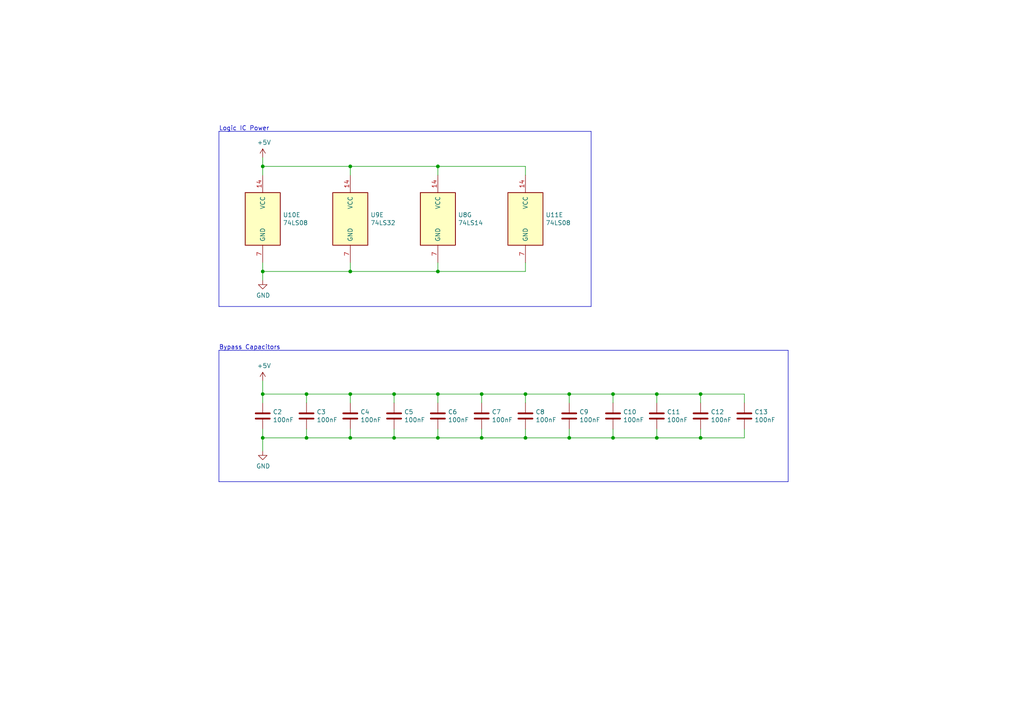
<source format=kicad_sch>
(kicad_sch (version 20230121) (generator eeschema)
  (paper "A4")
  (title_block (title "RackZ80 - Processor Board") (date "2021-03-30") (rev "1.0") (company "Jannik Kreucher"))
  (lib_symbols
    (symbol "74xx:74LS08" (pin_names (offset 1.016))
      (property "Reference" "U" (at 0 1.27 0))
      (property "Value" "74LS08" (at 0 -1.27 0))
      (symbol "74LS08_1_1"
        (arc (start 0 -3.81) (mid 3.7934 0) (end 0 3.81) (stroke (width 0.254)) (fill (type background)))
        (polyline (pts (xy 0 3.81) (xy -3.81 3.81) (xy -3.81 -3.81) (xy 0 -3.81)) (stroke (width 0.254)) (fill (type background)))
        (pin input line (at -7.62 2.54 0) (length 3.81) (name "~") (number "1"))
        (pin input line (at -7.62 -2.54 0) (length 3.81) (name "~") (number "2"))
        (pin output line (at 7.62 0 180) (length 3.81) (name "~") (number "3"))
      )
      (symbol "74LS08_1_2"
        (arc (start -3.81 -3.81) (mid -2.589 0) (end -3.81 3.81) (stroke (width 0.254)))
        (arc (start -0.6096 -3.81) (mid 2.1842 -2.5851) (end 3.81 0) (stroke (width 0.254)) (fill (type background)))
        (polyline (pts (xy -3.81 -3.81) (xy -0.635 -3.81)) (stroke (width 0.254)) (fill (type background)))
        (polyline (pts (xy -3.81 3.81) (xy -0.635 3.81)) (stroke (width 0.254)) (fill (type background)))
        (polyline (pts (xy -0.635 3.81) (xy -3.81 3.81) (xy -3.81 3.81) (xy -3.556 3.4036) (xy -3.0226 2.2606) (xy -2.6924 1.0414) (xy -2.6162 -0.254) (xy -2.7686 -1.4986) (xy -3.175 -2.7178) (xy -3.81 -3.81) (xy -3.81 -3.81) (xy -0.635 -3.81)) (stroke (width -25.4)) (fill (type background)))
        (arc (start 3.81 0) (mid 2.1915 2.5936) (end -0.6096 3.81) (stroke (width 0.254)) (fill (type background)))
        (pin input inverted (at -7.62 2.54 0) (length 4.318) (name "~") (number "1"))
        (pin input inverted (at -7.62 -2.54 0) (length 4.318) (name "~") (number "2"))
        (pin output inverted (at 7.62 0 180) (length 3.81) (name "~") (number "3"))
      )
      (symbol "74LS08_2_1"
        (arc (start 0 -3.81) (mid 3.7934 0) (end 0 3.81) (stroke (width 0.254)) (fill (type background)))
        (polyline (pts (xy 0 3.81) (xy -3.81 3.81) (xy -3.81 -3.81) (xy 0 -3.81)) (stroke (width 0.254)) (fill (type background)))
        (pin input line (at -7.62 2.54 0) (length 3.81) (name "~") (number "4"))
        (pin input line (at -7.62 -2.54 0) (length 3.81) (name "~") (number "5"))
        (pin output line (at 7.62 0 180) (length 3.81) (name "~") (number "6"))
      )
      (symbol "74LS08_2_2"
        (arc (start -3.81 -3.81) (mid -2.589 0) (end -3.81 3.81) (stroke (width 0.254)))
        (arc (start -0.6096 -3.81) (mid 2.1842 -2.5851) (end 3.81 0) (stroke (width 0.254)) (fill (type background)))
        (polyline (pts (xy -3.81 -3.81) (xy -0.635 -3.81)) (stroke (width 0.254)) (fill (type background)))
        (polyline (pts (xy -3.81 3.81) (xy -0.635 3.81)) (stroke (width 0.254)) (fill (type background)))
        (polyline (pts (xy -0.635 3.81) (xy -3.81 3.81) (xy -3.81 3.81) (xy -3.556 3.4036) (xy -3.0226 2.2606) (xy -2.6924 1.0414) (xy -2.6162 -0.254) (xy -2.7686 -1.4986) (xy -3.175 -2.7178) (xy -3.81 -3.81) (xy -3.81 -3.81) (xy -0.635 -3.81)) (stroke (width -25.4)) (fill (type background)))
        (arc (start 3.81 0) (mid 2.1915 2.5936) (end -0.6096 3.81) (stroke (width 0.254)) (fill (type background)))
        (pin input inverted (at -7.62 2.54 0) (length 4.318) (name "~") (number "4"))
        (pin input inverted (at -7.62 -2.54 0) (length 4.318) (name "~") (number "5"))
        (pin output inverted (at 7.62 0 180) (length 3.81) (name "~") (number "6"))
      )
      (symbol "74LS08_3_1"
        (arc (start 0 -3.81) (mid 3.7934 0) (end 0 3.81) (stroke (width 0.254)) (fill (type background)))
        (polyline (pts (xy 0 3.81) (xy -3.81 3.81) (xy -3.81 -3.81) (xy 0 -3.81)) (stroke (width 0.254)) (fill (type background)))
        (pin input line (at -7.62 -2.54 0) (length 3.81) (name "~") (number "10"))
        (pin output line (at 7.62 0 180) (length 3.81) (name "~") (number "8"))
        (pin input line (at -7.62 2.54 0) (length 3.81) (name "~") (number "9"))
      )
      (symbol "74LS08_3_2"
        (arc (start -3.81 -3.81) (mid -2.589 0) (end -3.81 3.81) (stroke (width 0.254)))
        (arc (start -0.6096 -3.81) (mid 2.1842 -2.5851) (end 3.81 0) (stroke (width 0.254)) (fill (type background)))
        (polyline (pts (xy -3.81 -3.81) (xy -0.635 -3.81)) (stroke (width 0.254)) (fill (type background)))
        (polyline (pts (xy -3.81 3.81) (xy -0.635 3.81)) (stroke (width 0.254)) (fill (type background)))
        (polyline (pts (xy -0.635 3.81) (xy -3.81 3.81) (xy -3.81 3.81) (xy -3.556 3.4036) (xy -3.0226 2.2606) (xy -2.6924 1.0414) (xy -2.6162 -0.254) (xy -2.7686 -1.4986) (xy -3.175 -2.7178) (xy -3.81 -3.81) (xy -3.81 -3.81) (xy -0.635 -3.81)) (stroke (width -25.4)) (fill (type background)))
        (arc (start 3.81 0) (mid 2.1915 2.5936) (end -0.6096 3.81) (stroke (width 0.254)) (fill (type background)))
        (pin input inverted (at -7.62 -2.54 0) (length 4.318) (name "~") (number "10"))
        (pin output inverted (at 7.62 0 180) (length 3.81) (name "~") (number "8"))
        (pin input inverted (at -7.62 2.54 0) (length 4.318) (name "~") (number "9"))
      )
      (symbol "74LS08_4_1"
        (arc (start 0 -3.81) (mid 3.7934 0) (end 0 3.81) (stroke (width 0.254)) (fill (type background)))
        (polyline (pts (xy 0 3.81) (xy -3.81 3.81) (xy -3.81 -3.81) (xy 0 -3.81)) (stroke (width 0.254)) (fill (type background)))
        (pin output line (at 7.62 0 180) (length 3.81) (name "~") (number "11"))
        (pin input line (at -7.62 2.54 0) (length 3.81) (name "~") (number "12"))
        (pin input line (at -7.62 -2.54 0) (length 3.81) (name "~") (number "13"))
      )
      (symbol "74LS08_4_2"
        (arc (start -3.81 -3.81) (mid -2.589 0) (end -3.81 3.81) (stroke (width 0.254)))
        (arc (start -0.6096 -3.81) (mid 2.1842 -2.5851) (end 3.81 0) (stroke (width 0.254)) (fill (type background)))
        (polyline (pts (xy -3.81 -3.81) (xy -0.635 -3.81)) (stroke (width 0.254)) (fill (type background)))
        (polyline (pts (xy -3.81 3.81) (xy -0.635 3.81)) (stroke (width 0.254)) (fill (type background)))
        (polyline (pts (xy -0.635 3.81) (xy -3.81 3.81) (xy -3.81 3.81) (xy -3.556 3.4036) (xy -3.0226 2.2606) (xy -2.6924 1.0414) (xy -2.6162 -0.254) (xy -2.7686 -1.4986) (xy -3.175 -2.7178) (xy -3.81 -3.81) (xy -3.81 -3.81) (xy -0.635 -3.81)) (stroke (width -25.4)) (fill (type background)))
        (arc (start 3.81 0) (mid 2.1915 2.5936) (end -0.6096 3.81) (stroke (width 0.254)) (fill (type background)))
        (pin output inverted (at 7.62 0 180) (length 3.81) (name "~") (number "11"))
        (pin input inverted (at -7.62 2.54 0) (length 4.318) (name "~") (number "12"))
        (pin input inverted (at -7.62 -2.54 0) (length 4.318) (name "~") (number "13"))
      )
      (symbol "74LS08_5_0"
        (pin power_in line (at 0 12.7 270) (length 5.08) (name "VCC") (number "14"))
        (pin power_in line (at 0 -12.7 90) (length 5.08) (name "GND") (number "7"))
      )
      (symbol "74LS08_5_1"
        (rectangle (start -5.08 7.62) (end 5.08 -7.62) (stroke (width 0.254)) (fill (type background)))
      )
    )
    (symbol "74xx:74LS14" (pin_names (offset 1.016))
      (property "Reference" "U" (at 0 1.27 0))
      (property "Value" "74LS14" (at 0 -1.27 0))
      (symbol "74LS14_1_0"
        (polyline (pts (xy -3.81 3.81) (xy -3.81 -3.81) (xy 3.81 0) (xy -3.81 3.81)) (stroke (width 0.254)) (fill (type background)))
        (pin input line (at -7.62 0 0) (length 3.81) (name "~") (number "1"))
        (pin output inverted (at 7.62 0 180) (length 3.81) (name "~") (number "2"))
      )
      (symbol "74LS14_1_1"
        (polyline (pts (xy -1.905 -1.27) (xy -1.905 1.27) (xy -0.635 1.27)))
        (polyline (pts (xy -2.54 -1.27) (xy -0.635 -1.27) (xy -0.635 1.27) (xy 0 1.27)))
      )
      (symbol "74LS14_2_0"
        (polyline (pts (xy -3.81 3.81) (xy -3.81 -3.81) (xy 3.81 0) (xy -3.81 3.81)) (stroke (width 0.254)) (fill (type background)))
        (pin input line (at -7.62 0 0) (length 3.81) (name "~") (number "3"))
        (pin output inverted (at 7.62 0 180) (length 3.81) (name "~") (number "4"))
      )
      (symbol "74LS14_2_1"
        (polyline (pts (xy -1.905 -1.27) (xy -1.905 1.27) (xy -0.635 1.27)))
        (polyline (pts (xy -2.54 -1.27) (xy -0.635 -1.27) (xy -0.635 1.27) (xy 0 1.27)))
      )
      (symbol "74LS14_3_0"
        (polyline (pts (xy -3.81 3.81) (xy -3.81 -3.81) (xy 3.81 0) (xy -3.81 3.81)) (stroke (width 0.254)) (fill (type background)))
        (pin input line (at -7.62 0 0) (length 3.81) (name "~") (number "5"))
        (pin output inverted (at 7.62 0 180) (length 3.81) (name "~") (number "6"))
      )
      (symbol "74LS14_3_1"
        (polyline (pts (xy -1.905 -1.27) (xy -1.905 1.27) (xy -0.635 1.27)))
        (polyline (pts (xy -2.54 -1.27) (xy -0.635 -1.27) (xy -0.635 1.27) (xy 0 1.27)))
      )
      (symbol "74LS14_4_0"
        (polyline (pts (xy -3.81 3.81) (xy -3.81 -3.81) (xy 3.81 0) (xy -3.81 3.81)) (stroke (width 0.254)) (fill (type background)))
        (pin output inverted (at 7.62 0 180) (length 3.81) (name "~") (number "8"))
        (pin input line (at -7.62 0 0) (length 3.81) (name "~") (number "9"))
      )
      (symbol "74LS14_4_1"
        (polyline (pts (xy -1.905 -1.27) (xy -1.905 1.27) (xy -0.635 1.27)))
        (polyline (pts (xy -2.54 -1.27) (xy -0.635 -1.27) (xy -0.635 1.27) (xy 0 1.27)))
      )
      (symbol "74LS14_5_0"
        (polyline (pts (xy -3.81 3.81) (xy -3.81 -3.81) (xy 3.81 0) (xy -3.81 3.81)) (stroke (width 0.254)) (fill (type background)))
        (pin output inverted (at 7.62 0 180) (length 3.81) (name "~") (number "10"))
        (pin input line (at -7.62 0 0) (length 3.81) (name "~") (number "11"))
      )
      (symbol "74LS14_5_1"
        (polyline (pts (xy -1.905 -1.27) (xy -1.905 1.27) (xy -0.635 1.27)))
        (polyline (pts (xy -2.54 -1.27) (xy -0.635 -1.27) (xy -0.635 1.27) (xy 0 1.27)))
      )
      (symbol "74LS14_6_0"
        (polyline (pts (xy -3.81 3.81) (xy -3.81 -3.81) (xy 3.81 0) (xy -3.81 3.81)) (stroke (width 0.254)) (fill (type background)))
        (pin output inverted (at 7.62 0 180) (length 3.81) (name "~") (number "12"))
        (pin input line (at -7.62 0 0) (length 3.81) (name "~") (number "13"))
      )
      (symbol "74LS14_6_1"
        (polyline (pts (xy -1.905 -1.27) (xy -1.905 1.27) (xy -0.635 1.27)))
        (polyline (pts (xy -2.54 -1.27) (xy -0.635 -1.27) (xy -0.635 1.27) (xy 0 1.27)))
      )
      (symbol "74LS14_7_0"
        (pin power_in line (at 0 12.7 270) (length 5.08) (name "VCC") (number "14"))
        (pin power_in line (at 0 -12.7 90) (length 5.08) (name "GND") (number "7"))
      )
      (symbol "74LS14_7_1"
        (rectangle (start -5.08 7.62) (end 5.08 -7.62) (stroke (width 0.254)) (fill (type background)))
      )
    )
    (symbol "74xx:74LS32" (pin_names (offset 1.016))
      (property "Reference" "U" (at 0 1.27 0))
      (property "Value" "74LS32" (at 0 -1.27 0))
      (symbol "74LS32_1_1"
        (arc (start -3.81 -3.81) (mid -2.589 0) (end -3.81 3.81) (stroke (width 0.254)))
        (arc (start -0.6096 -3.81) (mid 2.1842 -2.5851) (end 3.81 0) (stroke (width 0.254)) (fill (type background)))
        (polyline (pts (xy -3.81 -3.81) (xy -0.635 -3.81)) (stroke (width 0.254)) (fill (type background)))
        (polyline (pts (xy -3.81 3.81) (xy -0.635 3.81)) (stroke (width 0.254)) (fill (type background)))
        (polyline (pts (xy -0.635 3.81) (xy -3.81 3.81) (xy -3.81 3.81) (xy -3.556 3.4036) (xy -3.0226 2.2606) (xy -2.6924 1.0414) (xy -2.6162 -0.254) (xy -2.7686 -1.4986) (xy -3.175 -2.7178) (xy -3.81 -3.81) (xy -3.81 -3.81) (xy -0.635 -3.81)) (stroke (width -25.4)) (fill (type background)))
        (arc (start 3.81 0) (mid 2.1915 2.5936) (end -0.6096 3.81) (stroke (width 0.254)) (fill (type background)))
        (pin input line (at -7.62 2.54 0) (length 4.318) (name "~") (number "1"))
        (pin input line (at -7.62 -2.54 0) (length 4.318) (name "~") (number "2"))
        (pin output line (at 7.62 0 180) (length 3.81) (name "~") (number "3"))
      )
      (symbol "74LS32_1_2"
        (arc (start 0 -3.81) (mid 3.7934 0) (end 0 3.81) (stroke (width 0.254)) (fill (type background)))
        (polyline (pts (xy 0 3.81) (xy -3.81 3.81) (xy -3.81 -3.81) (xy 0 -3.81)) (stroke (width 0.254)) (fill (type background)))
        (pin input inverted (at -7.62 2.54 0) (length 3.81) (name "~") (number "1"))
        (pin input inverted (at -7.62 -2.54 0) (length 3.81) (name "~") (number "2"))
        (pin output inverted (at 7.62 0 180) (length 3.81) (name "~") (number "3"))
      )
      (symbol "74LS32_2_1"
        (arc (start -3.81 -3.81) (mid -2.589 0) (end -3.81 3.81) (stroke (width 0.254)))
        (arc (start -0.6096 -3.81) (mid 2.1842 -2.5851) (end 3.81 0) (stroke (width 0.254)) (fill (type background)))
        (polyline (pts (xy -3.81 -3.81) (xy -0.635 -3.81)) (stroke (width 0.254)) (fill (type background)))
        (polyline (pts (xy -3.81 3.81) (xy -0.635 3.81)) (stroke (width 0.254)) (fill (type background)))
        (polyline (pts (xy -0.635 3.81) (xy -3.81 3.81) (xy -3.81 3.81) (xy -3.556 3.4036) (xy -3.0226 2.2606) (xy -2.6924 1.0414) (xy -2.6162 -0.254) (xy -2.7686 -1.4986) (xy -3.175 -2.7178) (xy -3.81 -3.81) (xy -3.81 -3.81) (xy -0.635 -3.81)) (stroke (width -25.4)) (fill (type background)))
        (arc (start 3.81 0) (mid 2.1915 2.5936) (end -0.6096 3.81) (stroke (width 0.254)) (fill (type background)))
        (pin input line (at -7.62 2.54 0) (length 4.318) (name "~") (number "4"))
        (pin input line (at -7.62 -2.54 0) (length 4.318) (name "~") (number "5"))
        (pin output line (at 7.62 0 180) (length 3.81) (name "~") (number "6"))
      )
      (symbol "74LS32_2_2"
        (arc (start 0 -3.81) (mid 3.7934 0) (end 0 3.81) (stroke (width 0.254)) (fill (type background)))
        (polyline (pts (xy 0 3.81) (xy -3.81 3.81) (xy -3.81 -3.81) (xy 0 -3.81)) (stroke (width 0.254)) (fill (type background)))
        (pin input inverted (at -7.62 2.54 0) (length 3.81) (name "~") (number "4"))
        (pin input inverted (at -7.62 -2.54 0) (length 3.81) (name "~") (number "5"))
        (pin output inverted (at 7.62 0 180) (length 3.81) (name "~") (number "6"))
      )
      (symbol "74LS32_3_1"
        (arc (start -3.81 -3.81) (mid -2.589 0) (end -3.81 3.81) (stroke (width 0.254)))
        (arc (start -0.6096 -3.81) (mid 2.1842 -2.5851) (end 3.81 0) (stroke (width 0.254)) (fill (type background)))
        (polyline (pts (xy -3.81 -3.81) (xy -0.635 -3.81)) (stroke (width 0.254)) (fill (type background)))
        (polyline (pts (xy -3.81 3.81) (xy -0.635 3.81)) (stroke (width 0.254)) (fill (type background)))
        (polyline (pts (xy -0.635 3.81) (xy -3.81 3.81) (xy -3.81 3.81) (xy -3.556 3.4036) (xy -3.0226 2.2606) (xy -2.6924 1.0414) (xy -2.6162 -0.254) (xy -2.7686 -1.4986) (xy -3.175 -2.7178) (xy -3.81 -3.81) (xy -3.81 -3.81) (xy -0.635 -3.81)) (stroke (width -25.4)) (fill (type background)))
        (arc (start 3.81 0) (mid 2.1915 2.5936) (end -0.6096 3.81) (stroke (width 0.254)) (fill (type background)))
        (pin input line (at -7.62 -2.54 0) (length 4.318) (name "~") (number "10"))
        (pin output line (at 7.62 0 180) (length 3.81) (name "~") (number "8"))
        (pin input line (at -7.62 2.54 0) (length 4.318) (name "~") (number "9"))
      )
      (symbol "74LS32_3_2"
        (arc (start 0 -3.81) (mid 3.7934 0) (end 0 3.81) (stroke (width 0.254)) (fill (type background)))
        (polyline (pts (xy 0 3.81) (xy -3.81 3.81) (xy -3.81 -3.81) (xy 0 -3.81)) (stroke (width 0.254)) (fill (type background)))
        (pin input inverted (at -7.62 -2.54 0) (length 3.81) (name "~") (number "10"))
        (pin output inverted (at 7.62 0 180) (length 3.81) (name "~") (number "8"))
        (pin input inverted (at -7.62 2.54 0) (length 3.81) (name "~") (number "9"))
      )
      (symbol "74LS32_4_1"
        (arc (start -3.81 -3.81) (mid -2.589 0) (end -3.81 3.81) (stroke (width 0.254)))
        (arc (start -0.6096 -3.81) (mid 2.1842 -2.5851) (end 3.81 0) (stroke (width 0.254)) (fill (type background)))
        (polyline (pts (xy -3.81 -3.81) (xy -0.635 -3.81)) (stroke (width 0.254)) (fill (type background)))
        (polyline (pts (xy -3.81 3.81) (xy -0.635 3.81)) (stroke (width 0.254)) (fill (type background)))
        (polyline (pts (xy -0.635 3.81) (xy -3.81 3.81) (xy -3.81 3.81) (xy -3.556 3.4036) (xy -3.0226 2.2606) (xy -2.6924 1.0414) (xy -2.6162 -0.254) (xy -2.7686 -1.4986) (xy -3.175 -2.7178) (xy -3.81 -3.81) (xy -3.81 -3.81) (xy -0.635 -3.81)) (stroke (width -25.4)) (fill (type background)))
        (arc (start 3.81 0) (mid 2.1915 2.5936) (end -0.6096 3.81) (stroke (width 0.254)) (fill (type background)))
        (pin output line (at 7.62 0 180) (length 3.81) (name "~") (number "11"))
        (pin input line (at -7.62 2.54 0) (length 4.318) (name "~") (number "12"))
        (pin input line (at -7.62 -2.54 0) (length 4.318) (name "~") (number "13"))
      )
      (symbol "74LS32_4_2"
        (arc (start 0 -3.81) (mid 3.7934 0) (end 0 3.81) (stroke (width 0.254)) (fill (type background)))
        (polyline (pts (xy 0 3.81) (xy -3.81 3.81) (xy -3.81 -3.81) (xy 0 -3.81)) (stroke (width 0.254)) (fill (type background)))
        (pin output inverted (at 7.62 0 180) (length 3.81) (name "~") (number "11"))
        (pin input inverted (at -7.62 2.54 0) (length 3.81) (name "~") (number "12"))
        (pin input inverted (at -7.62 -2.54 0) (length 3.81) (name "~") (number "13"))
      )
      (symbol "74LS32_5_0"
        (pin power_in line (at 0 12.7 270) (length 5.08) (name "VCC") (number "14"))
        (pin power_in line (at 0 -12.7 90) (length 5.08) (name "GND") (number "7"))
      )
      (symbol "74LS32_5_1"
        (rectangle (start -5.08 7.62) (end 5.08 -7.62) (stroke (width 0.254)) (fill (type background)))
      )
    )
    (symbol "Device:C" (pin_numbers hide) (pin_names (offset 0.254))
      (property "Reference" "C" (at 0.635 2.54 0))
      (property "Value" "C" (at 0.635 -2.54 0))
      (symbol "C_0_1"
        (polyline (pts (xy -2.032 -0.762) (xy 2.032 -0.762)) (stroke (width 0.508)))
        (polyline (pts (xy -2.032 0.762) (xy 2.032 0.762)) (stroke (width 0.508)))
      )
      (symbol "C_1_1"
        (pin passive line (at 0 3.81 270) (length 2.794) (name "~") (number "1"))
        (pin passive line (at 0 -3.81 90) (length 2.794) (name "~") (number "2"))
      )
    )
    (symbol "power:+5V" (power) (pin_names (offset 0))
      (property "Value" "+5V" (at 0 3.556 0))
      (symbol "+5V_0_1"
        (polyline (pts (xy -0.762 1.27) (xy 0 2.54)))
        (polyline (pts (xy 0 0) (xy 0 2.54)))
        (polyline (pts (xy 0 2.54) (xy 0.762 1.27)))
      )
      (symbol "+5V_1_1"
        (pin power_in line (at 0 0 90) (length 0) hide (name "+5V") (number "1"))
      )
    )
    (symbol "power:GND" (power) (pin_names (offset 0))
      (property "Value" "GND" (at 0 -3.81 0))
      (symbol "GND_0_1"
        (polyline (pts (xy 0 0) (xy 0 -1.27) (xy 1.27 -1.27) (xy 0 -2.54) (xy -1.27 -1.27) (xy 0 -1.27)))
      )
      (symbol "GND_1_1"
        (pin power_in line (at 0 0 270) (length 0) hide (name "GND") (number "1"))
      )
    )
  )
  (junction (at 114.3 114.3))
  (junction (at 101.6 78.74))
  (junction (at 88.9 114.3))
  (junction (at 101.6 114.3))
  (junction (at 177.8 127))
  (junction (at 76.2 78.74))
  (junction (at 127 114.3))
  (junction (at 152.4 114.3))
  (junction (at 152.4 127))
  (junction (at 165.1 114.3))
  (junction (at 203.2 127))
  (junction (at 177.8 114.3))
  (junction (at 76.2 114.3))
  (junction (at 114.3 127))
  (junction (at 139.7 114.3))
  (junction (at 165.1 127))
  (junction (at 76.2 127))
  (junction (at 203.2 114.3))
  (junction (at 139.7 127))
  (junction (at 190.5 114.3))
  (junction (at 101.6 48.26))
  (junction (at 127 78.74))
  (junction (at 76.2 48.26))
  (junction (at 101.6 127))
  (junction (at 190.5 127))
  (junction (at 88.9 127))
  (junction (at 127 127))
  (junction (at 127 48.26))
  (wire (pts (xy 127 48.26) (xy 152.4 48.26)))
  (wire (pts (xy 127 114.3) (xy 114.3 114.3)))
  (wire (pts (xy 203.2 114.3) (xy 215.9 114.3)))
  (wire (pts (xy 152.4 127) (xy 165.1 127)))
  (wire (pts (xy 203.2 127) (xy 215.9 127)))
  (wire (pts (xy 177.8 114.3) (xy 177.8 116.84)))
  (wire (pts (xy 76.2 76.2) (xy 76.2 78.74)))
  (wire (pts (xy 76.2 48.26) (xy 101.6 48.26)))
  (wire (pts (xy 76.2 48.26) (xy 76.2 50.8)))
  (wire (pts (xy 76.2 114.3) (xy 76.2 116.84)))
  (wire (pts (xy 190.5 124.46) (xy 190.5 127)))
  (wire (pts (xy 152.4 124.46) (xy 152.4 127)))
  (wire (pts (xy 177.8 127) (xy 190.5 127)))
  (wire (pts (xy 190.5 127) (xy 203.2 127)))
  (wire (pts (xy 152.4 48.26) (xy 152.4 50.8)))
  (wire (pts (xy 165.1 127) (xy 177.8 127)))
  (wire (pts (xy 165.1 114.3) (xy 177.8 114.3)))
  (wire (pts (xy 88.9 127) (xy 76.2 127)))
  (wire (pts (xy 215.9 114.3) (xy 215.9 116.84)))
  (polyline (pts (xy 63.5 38.1) (xy 63.5 88.9)))
  (wire (pts (xy 127 78.74) (xy 152.4 78.74)))
  (wire (pts (xy 114.3 124.46) (xy 114.3 127)))
  (wire (pts (xy 76.2 45.72) (xy 76.2 48.26)))
  (wire (pts (xy 114.3 127) (xy 101.6 127)))
  (wire (pts (xy 127 127) (xy 114.3 127)))
  (polyline (pts (xy 63.5 101.6) (xy 228.6 101.6)))
  (wire (pts (xy 139.7 127) (xy 127 127)))
  (wire (pts (xy 101.6 50.8) (xy 101.6 48.26)))
  (wire (pts (xy 152.4 114.3) (xy 165.1 114.3)))
  (wire (pts (xy 101.6 114.3) (xy 88.9 114.3)))
  (wire (pts (xy 114.3 114.3) (xy 114.3 116.84)))
  (wire (pts (xy 152.4 127) (xy 139.7 127)))
  (wire (pts (xy 88.9 124.46) (xy 88.9 127)))
  (wire (pts (xy 76.2 110.49) (xy 76.2 114.3)))
  (wire (pts (xy 152.4 114.3) (xy 152.4 116.84)))
  (wire (pts (xy 177.8 127) (xy 177.8 124.46)))
  (wire (pts (xy 76.2 78.74) (xy 101.6 78.74)))
  (wire (pts (xy 127 78.74) (xy 127 76.2)))
  (wire (pts (xy 76.2 78.74) (xy 76.2 81.28)))
  (wire (pts (xy 139.7 114.3) (xy 139.7 116.84)))
  (wire (pts (xy 101.6 124.46) (xy 101.6 127)))
  (wire (pts (xy 215.9 127) (xy 215.9 124.46)))
  (wire (pts (xy 139.7 114.3) (xy 127 114.3)))
  (wire (pts (xy 101.6 78.74) (xy 127 78.74)))
  (wire (pts (xy 203.2 114.3) (xy 203.2 116.84)))
  (wire (pts (xy 165.1 114.3) (xy 165.1 116.84)))
  (polyline (pts (xy 63.5 88.9) (xy 171.45 88.9)))
  (wire (pts (xy 127 114.3) (xy 127 116.84)))
  (wire (pts (xy 88.9 114.3) (xy 76.2 114.3)))
  (wire (pts (xy 152.4 114.3) (xy 139.7 114.3)))
  (wire (pts (xy 177.8 114.3) (xy 190.5 114.3)))
  (wire (pts (xy 190.5 114.3) (xy 190.5 116.84)))
  (wire (pts (xy 139.7 124.46) (xy 139.7 127)))
  (wire (pts (xy 76.2 124.46) (xy 76.2 127)))
  (wire (pts (xy 88.9 114.3) (xy 88.9 116.84)))
  (wire (pts (xy 165.1 124.46) (xy 165.1 127)))
  (wire (pts (xy 101.6 114.3) (xy 101.6 116.84)))
  (wire (pts (xy 114.3 114.3) (xy 101.6 114.3)))
  (wire (pts (xy 101.6 76.2) (xy 101.6 78.74)))
  (wire (pts (xy 127 48.26) (xy 127 50.8)))
  (wire (pts (xy 152.4 78.74) (xy 152.4 76.2)))
  (wire (pts (xy 127 124.46) (xy 127 127)))
  (wire (pts (xy 76.2 127) (xy 76.2 130.81)))
  (wire (pts (xy 101.6 127) (xy 88.9 127)))
  (polyline (pts (xy 63.5 139.7) (xy 228.6 139.7)))
  (polyline (pts (xy 171.45 38.1) (xy 171.45 88.9)))
  (polyline (pts (xy 63.5 38.1) (xy 171.45 38.1)))
  (polyline (pts (xy 228.6 101.6) (xy 228.6 139.7)))
  (wire (pts (xy 101.6 48.26) (xy 127 48.26)))
  (wire (pts (xy 190.5 114.3) (xy 203.2 114.3)))
  (polyline (pts (xy 63.5 101.6) (xy 63.5 139.7)))
  (wire (pts (xy 203.2 127) (xy 203.2 124.46)))
  (text "Bypass Capacitors" (at 63.5 101.6 0) (effects (font (size 1.27 1.27)) (justify left bottom)))
  (text "Logic IC Power" (at 63.5 38.1 0) (effects (font (size 1.27 1.27)) (justify left bottom)))
  (symbol (lib_id "power:+5V") (at 76.2 45.72 0) (unit 1)
    (property "Reference" "#PWR031" (effects hide))
    (property "Value" "+5V" (at 76.581 41.3258 0))
  )
  (symbol (lib_id "power:GND") (at 76.2 81.28 0) (unit 1)
    (property "Reference" "#PWR032" (effects hide))
    (property "Value" "GND" (at 76.327 85.6742 0))
  )
  (symbol (lib_id "Device:C") (at 165.1 120.65 0) (unit 1)
    (property "Reference" "C9" (at 168.021 119.4816 0) (effects (justify left)))
    (property "Value" "100nF" (at 168.021 121.793 0) (effects (justify left)))
    (property "Footprint" "Capacitor_THT:C_Disc_D4.3mm_W1.9mm_P5.00mm" (effects hide))
  )
  (symbol (lib_id "Device:C") (at 177.8 120.65 0) (unit 1)
    (property "Reference" "C10" (at 180.721 119.4816 0) (effects (justify left)))
    (property "Value" "100nF" (at 180.721 121.793 0) (effects (justify left)))
    (property "Footprint" "Capacitor_THT:C_Disc_D4.3mm_W1.9mm_P5.00mm" (effects hide))
  )
  (symbol (lib_id "74xx:74LS32") (at 101.6 63.5 0) (unit 5)
    (property "Reference" "U9" (at 107.442 62.3316 0) (effects (justify left)))
    (property "Value" "74LS32" (at 107.442 64.643 0) (effects (justify left)))
    (property "Footprint" "rackz80_footprints:DIP-14_Socket" (effects hide))
    (property "Datasheet" "http://www.ti.com/lit/gpn/sn74LS32" (effects hide))
    (instances (project "RackZ80_Processor" (path "" (reference "U9") (unit 5)) (path "" (reference "U?") (unit 5))))
  )
  (symbol (lib_id "74xx:74LS08") (at 76.2 63.5 0) (unit 5)
    (property "Reference" "U10" (at 82.042 62.3316 0) (effects (justify left)))
    (property "Value" "74LS08" (at 82.042 64.643 0) (effects (justify left)))
    (property "Footprint" "rackz80_footprints:DIP-14_Socket" (effects hide))
    (property "Datasheet" "http://www.ti.com/lit/gpn/sn74LS08" (effects hide))
    (instances (project "RackZ80_Processor" (path "" (reference "U10") (unit 5)) (path "" (reference "U?") (unit 5))))
  )
  (symbol (lib_id "Device:C") (at 190.5 120.65 0) (unit 1)
    (property "Reference" "C11" (at 193.421 119.4816 0) (effects (justify left)))
    (property "Value" "100nF" (at 193.421 121.793 0) (effects (justify left)))
    (property "Footprint" "Capacitor_THT:C_Disc_D4.3mm_W1.9mm_P5.00mm" (effects hide))
  )
  (symbol (lib_id "Device:C") (at 203.2 120.65 0) (unit 1)
    (property "Reference" "C12" (at 206.121 119.4816 0) (effects (justify left)))
    (property "Value" "100nF" (at 206.121 121.793 0) (effects (justify left)))
    (property "Footprint" "Capacitor_THT:C_Disc_D4.3mm_W1.9mm_P5.00mm" (effects hide))
  )
  (symbol (lib_id "Device:C") (at 215.9 120.65 0) (unit 1)
    (property "Reference" "C13" (at 218.821 119.4816 0) (effects (justify left)))
    (property "Value" "100nF" (at 218.821 121.793 0) (effects (justify left)))
    (property "Footprint" "Capacitor_THT:C_Disc_D4.3mm_W1.9mm_P5.00mm" (effects hide))
  )
  (symbol (lib_id "74xx:74LS08") (at 152.4 63.5 0) (unit 5)
    (property "Reference" "U11" (at 158.242 62.3316 0) (effects (justify left)))
    (property "Value" "74LS08" (at 158.242 64.643 0) (effects (justify left)))
    (property "Footprint" "rackz80_footprints:DIP-14_Socket" (effects hide))
    (property "Datasheet" "http://www.ti.com/lit/gpn/sn74LS08" (effects hide))
  )
  (symbol (lib_id "74xx:74LS14") (at 127 63.5 0) (unit 7)
    (property "Reference" "U8" (at 132.842 62.3316 0) (effects (justify left)))
    (property "Value" "74LS14" (at 132.842 64.643 0) (effects (justify left)))
    (property "Footprint" "rackz80_footprints:DIP-14_Socket" (effects hide))
    (property "Datasheet" "http://www.ti.com/lit/gpn/sn74LS14" (effects hide))
  )
  (symbol (lib_id "Device:C") (at 76.2 120.65 0) (unit 1)
    (property "Reference" "C2" (at 79.121 119.4816 0) (effects (justify left)))
    (property "Value" "100nF" (at 79.121 121.793 0) (effects (justify left)))
    (property "Footprint" "Capacitor_THT:C_Disc_D4.3mm_W1.9mm_P5.00mm" (effects hide))
  )
  (symbol (lib_id "Device:C") (at 88.9 120.65 0) (unit 1)
    (property "Reference" "C3" (at 91.821 119.4816 0) (effects (justify left)))
    (property "Value" "100nF" (at 91.821 121.793 0) (effects (justify left)))
    (property "Footprint" "Capacitor_THT:C_Disc_D4.3mm_W1.9mm_P5.00mm" (effects hide))
  )
  (symbol (lib_id "Device:C") (at 101.6 120.65 0) (unit 1)
    (property "Reference" "C4" (at 104.521 119.4816 0) (effects (justify left)))
    (property "Value" "100nF" (at 104.521 121.793 0) (effects (justify left)))
    (property "Footprint" "Capacitor_THT:C_Disc_D4.3mm_W1.9mm_P5.00mm" (effects hide))
  )
  (symbol (lib_id "Device:C") (at 114.3 120.65 0) (unit 1)
    (property "Reference" "C5" (at 117.221 119.4816 0) (effects (justify left)))
    (property "Value" "100nF" (at 117.221 121.793 0) (effects (justify left)))
    (property "Footprint" "Capacitor_THT:C_Disc_D4.3mm_W1.9mm_P5.00mm" (effects hide))
  )
  (symbol (lib_id "Device:C") (at 127 120.65 0) (unit 1)
    (property "Reference" "C6" (at 129.921 119.4816 0) (effects (justify left)))
    (property "Value" "100nF" (at 129.921 121.793 0) (effects (justify left)))
    (property "Footprint" "Capacitor_THT:C_Disc_D4.3mm_W1.9mm_P5.00mm" (effects hide))
  )
  (symbol (lib_id "Device:C") (at 139.7 120.65 0) (unit 1)
    (property "Reference" "C7" (at 142.621 119.4816 0) (effects (justify left)))
    (property "Value" "100nF" (at 142.621 121.793 0) (effects (justify left)))
    (property "Footprint" "Capacitor_THT:C_Disc_D4.3mm_W1.9mm_P5.00mm" (effects hide))
  )
  (symbol (lib_id "Device:C") (at 152.4 120.65 0) (unit 1)
    (property "Reference" "C8" (at 155.321 119.4816 0) (effects (justify left)))
    (property "Value" "100nF" (at 155.321 121.793 0) (effects (justify left)))
    (property "Footprint" "Capacitor_THT:C_Disc_D4.3mm_W1.9mm_P5.00mm" (effects hide))
  )
  (symbol (lib_id "power:+5V") (at 76.2 110.49 0) (unit 1)
    (property "Reference" "#PWR033" (effects hide))
    (property "Value" "+5V" (at 76.581 106.0958 0))
  )
  (symbol (lib_id "power:GND") (at 76.2 130.81 0) (unit 1)
    (property "Reference" "#PWR034" (effects hide))
    (property "Value" "GND" (at 76.327 135.2042 0))
  )
)
</source>
